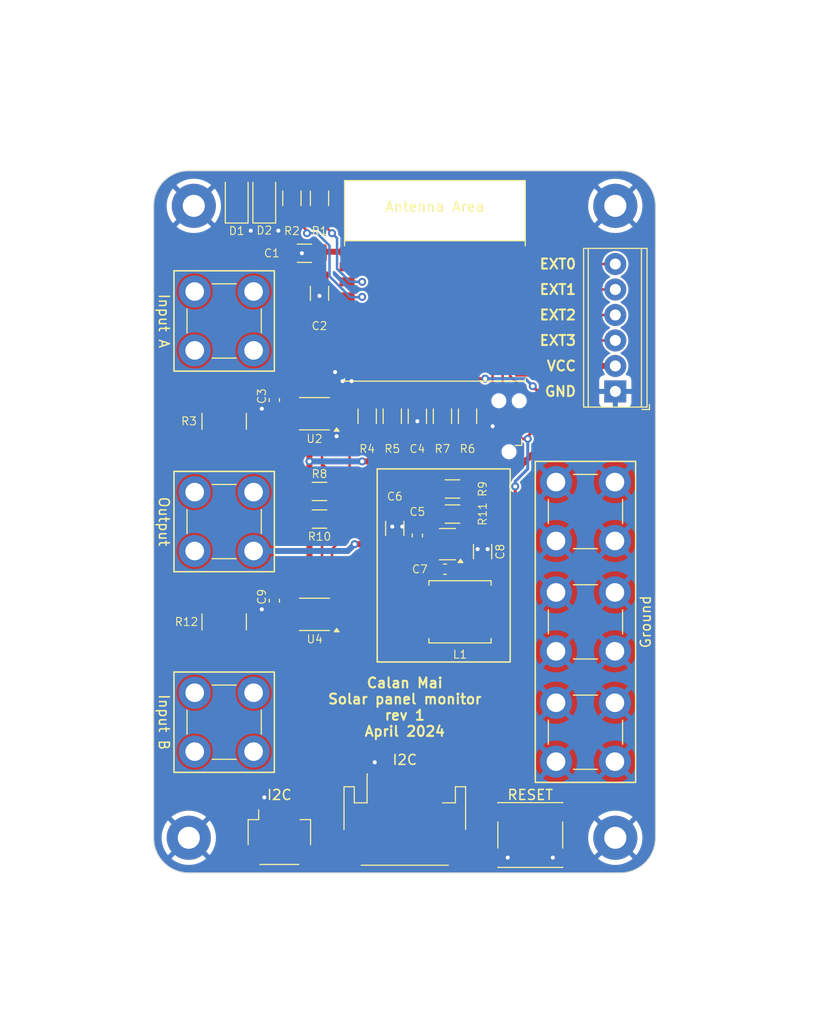
<source format=kicad_pcb>
(kicad_pcb (version 20240108) (generator "pcbnew") (generator_version "8.0")
  (title_block (comment 4 "AISLER Project ID: JVFTRZIT"))
  (layers (0 "F.Cu" signal) (31 "B.Cu" signal) (34 "B.Paste" user) (35 "F.Paste" user) (36 "B.SilkS" user "B.Silkscreen") (37 "F.SilkS" user "F.Silkscreen") (38 "B.Mask" user) (39 "F.Mask" user) (44 "Edge.Cuts" user))
  (net 0 "")
  (net 1 "VCC")
  (net 2 "GND")
  (net 3 "/VPOS")
  (net 4 "Net-(D1-A)")
  (net 5 "/Supply/SW")
  (net 6 "Net-(D2-A)")
  (net 7 "/Supply/FEEDBACK")
  (net 8 "/Supply/CB")
  (net 10 "Net-(J1-Pin_1)")
  (net 11 "Net-(J7-Pin_1)")
  (net 14 "/EN")
  (net 15 "/EXT2")
  (net 16 "/EXT3")
  (net 17 "/EXT0")
  (net 18 "/EXT1")
  (net 19 "/BOOT")
  (net 20 "/RXD")
  (net 21 "/TXD")
  (net 22 "/LED1")
  (net 23 "/LED2")
  (net 24 "/IO8")
  (net 25 "/IO2")
  (net 26 "/SDA")
  (net 27 "/SCL")
  (footprint "Capacitor_SMD:C_0603_1608Metric_Pad1.08x0.95mm_HandSolder" (layer "F.Cu") (at 147 82.8875 90)
    (property "Reference" "C9")
    (property "Value" "0.1uF")
  )
  (footprint "Capacitor_SMD:C_1206_3216Metric_Pad1.33x1.80mm_HandSolder" (layer "F.Cu") (at 161.25 64.5 -90)
    (property "Reference" "C4")
    (property "Value" "C")
  )
  (footprint "TerminalBlock_Phoenix:TerminalBlock_Phoenix_MPT-0,5-6-2.54_1x06_P2.54mm_Horizontal" (layer "F.Cu") (at 180.974874 62.025126 90)
    (property "Reference" "J2" (hide yes))
    (property "Value" "Screw_Terminal_01x06")
  )
  (footprint "Resistor_SMD:R_1206_3216Metric_Pad1.30x1.75mm_HandSolder" (layer "F.Cu") (at 164.75 71.75)
    (property "Reference" "R9")
    (property "Value" "69.8k")
  )
  (footprint "MountingHole:MountingHole_2.2mm_M2_Pad" (layer "F.Cu") (at 180.974874 106.525126 -90)
    (property "Reference" "H4" (hide yes))
    (property "Value" "MountingHole_Pad")
  )
  (footprint "Capacitor_SMD:C_0603_1608Metric_Pad1.08x0.95mm_HandSolder" (layer "F.Cu") (at 147 62.8875 90)
    (property "Reference" "C3")
    (property "Value" "0.1uF")
  )
  (footprint "Connector_JST:JST_SH_SM04B-SRSS-TB_1x04-1MP_P1.00mm_Horizontal" (layer "F.Cu") (at 147.5 106.5)
    (property "Reference" "J10" (hide yes))
    (property "Value" "I2C")
  )
  (footprint "Resistor_SMD:R_1206_3216Metric_Pad1.30x1.75mm_HandSolder" (layer "F.Cu") (at 156.25 64.5 -90)
    (property "Reference" "R4")
    (property "Value" "10k")
  )
  (footprint "Package_SO:VSSOP-10_3x3mm_P0.5mm" (layer "F.Cu") (at 151 84.25 180)
    (property "Reference" "U4")
    (property "Value" "INA228")
  )
  (footprint "Resistor_SMD:R_2816_7142Metric_Pad3.20x4.45mm_HandSolder" (layer "F.Cu") (at 142 65 90)
    (property "Reference" "R3")
    (property "Value" "2mOhm")
  )
  (footprint "MountingHole:MountingHole_2.2mm_M2_Pad" (layer "F.Cu") (at 138.974874 43.525126 -90)
    (property "Reference" "H1" (hide yes))
    (property "Value" "MountingHole_Pad")
  )
  (footprint "Resistor_SMD:R_1206_3216Metric_Pad1.30x1.75mm_HandSolder" (layer "F.Cu") (at 158.75 64.5 -90)
    (property "Reference" "R5")
    (property "Value" "10k")
  )
  (footprint "TerminalBlock_Wuerth:Wuerth_REDCUBE-THR_WP-THRSH_74651175_THR" (layer "F.Cu") (at 178 74)
    (property "Reference" "J5" (hide yes))
    (property "Value" "Screw_Terminal_01x01")
  )
  (footprint "Resistor_SMD:R_1206_3216Metric_Pad1.30x1.75mm_HandSolder" (layer "F.Cu") (at 164.75 74.25 180)
    (property "Reference" "R11")
    (property "Value" "22.1k")
  )
  (footprint "Package_SO:VSSOP-10_3x3mm_P0.5mm" (layer "F.Cu") (at 151 64.25 180)
    (property "Reference" "U2")
    (property "Value" "INA228")
  )
  (footprint "TerminalBlock_Wuerth:Wuerth_REDCUBE-THR_WP-THRSH_74651175_THR" (layer "F.Cu") (at 142 55 -90)
    (property "Reference" "J1" (hide yes))
    (property "Value" "Input A")
  )
  (footprint "LED_SMD:LED_1206_3216Metric_Pad1.42x1.75mm_HandSolder" (layer "F.Cu") (at 146 42.775126 90)
    (property "Reference" "D2")
    (property "Value" "LED")
  )
  (footprint "Button_Switch_SMD:SW_Push_1P1T_NO_6x6mm_H9.5mm" (layer "F.Cu") (at 172.5 106.25)
    (property "Reference" "SW1" (hide yes))
    (property "Value" "RESET")
  )
  (footprint "TerminalBlock_Wuerth:Wuerth_REDCUBE-THR_WP-THRSH_74651175_THR" (layer "F.Cu") (at 178 85)
    (property "Reference" "J6" (hide yes))
    (property "Value" "Ground")
  )
  (footprint "TerminalBlock_Wuerth:Wuerth_REDCUBE-THR_WP-THRSH_74651175_THR" (layer "F.Cu") (at 142 95 -90)
    (property "Reference" "J7" (hide yes))
    (property "Value" "Input B")
  )
  (footprint "Resistor_SMD:R_1206_3216Metric_Pad1.30x1.75mm_HandSolder" (layer "F.Cu") (at 151.5 74.75)
    (property "Reference" "R10")
    (property "Value" "10k")
  )
  (footprint "Inductor_SMD:L_Bourns_SRN6045TA" (layer "F.Cu") (at 165.5 84)
    (property "Reference" "L1")
    (property "Value" "22 uH")
  )
  (footprint "Package_TO_SOT_SMD:SOT-23-6" (layer "F.Cu") (at 164.25 77.25 180)
    (property "Reference" "U3" (hide yes))
    (property "Value" "LMR51610XDBVR")
  )
  (footprint "LED_SMD:LED_1206_3216Metric_Pad1.42x1.75mm_HandSolder" (layer "F.Cu") (at 143.25 42.775126 90)
    (property "Reference" "D1")
    (property "Value" "LED")
  )
  (footprint "Capacitor_SMD:C_0603_1608Metric_Pad1.08x0.95mm_HandSolder" (layer "F.Cu") (at 161.25 76.3875 90)
    (property "Reference" "C5")
    (property "Value" "0.1uF")
  )
  (footprint "Capacitor_SMD:C_1206_3216Metric_Pad1.33x1.80mm_HandSolder" (layer "F.Cu") (at 167.75 78 90)
    (property "Reference" "C8")
    (property "Value" "22uF / 16V")
  )
  (footprint "Resistor_SMD:R_1206_3216Metric_Pad1.30x1.75mm_HandSolder" (layer "F.Cu") (at 151.5 72)
    (property "Reference" "R8")
    (property "Value" "10k")
  )
  (footprint "footprints:ESP32-C3-WROOM-02-NOTHERMAL" (layer "F.Cu") (at 163 54)
    (property "Reference" "U1" (hide yes))
    (property "Value" "ESP32-C3-WROOM-02-NOTHERMAL" (hide yes))
  )
  (footprint "Capacitor_SMD:C_1206_3216Metric_Pad1.33x1.80mm_HandSolder" (layer "F.Cu") (at 159 75.6875 90)
    (property "Reference" "C6")
    (property "Value" "2.2uF")
  )
  (footprint "Capacitor_SMD:C_0603_1608Metric_Pad1.08x0.95mm_HandSolder" (layer "F.Cu") (at 164 79.75 180)
    (property "Reference" "C7")
    (property "Value" "0.1uF / 16V")
  )
  (footprint "Capacitor_SMD:C_1206_3216Metric_Pad1.33x1.80mm_HandSolder" (layer "F.Cu") (at 151.5 52.25 -90)
    (property "Reference" "C2")
    (property "Value" "10uF")
  )
  (footprint "MountingHole:MountingHole_2.2mm_M2_Pad" (layer "F.Cu") (at 138.474874 106.525126 -90)
    (property "Reference" "H3" (hide yes))
    (property "Value" "MountingHole_Pad")
  )
  (footprint "Resistor_SMD:R_1206_3216Metric_Pad1.30x1.75mm_HandSolder" (layer "F.Cu") (at 166.25 64.5 -90)
    (property "Reference" "R6")
    (property "Value" "10k")
  )
  (footprint "Resistor_SMD:R_2816_7142Metric_Pad3.20x4.45mm_HandSolder" (layer "F.Cu") (at 142 85 90)
    (property "Reference" "R12")
    (property "Value" "2mOhm")
  )
  (footprint "TerminalBlock_Wuerth:Wuerth_REDCUBE-THR_WP-THRSH_74651175_THR" (layer "F.Cu") (at 178 96)
    (property "Reference" "J8" (hide yes))
    (property "Value" "Screw_Terminal_01x01")
  )
  (footprint "TerminalBlock_Wuerth:Wuerth_REDCUBE-THR_WP-THRSH_74651175_THR" (layer "F.Cu") (at 142 75 -90)
    (property "Reference" "J4" (hide yes))
    (property "Value" "Output")
  )
  (footprint "Resistor_SMD:R_1206_3216Metric_Pad1.30x1.75mm_HandSolder" (layer "F.Cu") (at 163.75 64.5 90)
    (property "Reference" "R7")
    (property "Value" "10k")
  )
  (footprint "Connector_JST:JST_PH_S4B-PH-SM4-TB_1x04-1MP_P2.00mm_Horizontal" (layer "F.Cu") (at 160 104.75)
    (property "Reference" "J9" (hide yes))
    (property "Value" "I2C")
  )
  (footprint "Capacitor_SMD:C_1206_3216Metric_Pad1.33x1.80mm_HandSolder" (layer "F.Cu") (at 150 48.25 180)
    (property "Reference" "C1")
    (property "Value" "0.1uF")
  )
  (footprint "Resistor_SMD:R_1206_3216Metric_Pad1.30x1.75mm_HandSolder" (layer "F.Cu") (at 151.5 42.775126 90)
    (property "Reference" "R1")
    (property "Value" "1k")
  )
  (footprint "Resistor_SMD:R_1206_3216Metric_Pad1.30x1.75mm_HandSolder" (layer "F.Cu") (at 148.75 42.775126 90)
    (property "Reference" "R2")
    (property "Value" "1k")
  )
  (footprint "MountingHole:MountingHole_2.2mm_M2_Pad" (layer "F.Cu") (at 180.974874 43.525126 -90)
    (property "Reference" "H2" (hide yes))
    (property "Value" "MountingHole_Pad")
  )
  (footprint "Connector:Tag-Connect_TC2030-IDC-NL_2x03_P1.27mm_Vertical" (layer "F.Cu") (at 170.385 65.5 90)
    (property "Reference" "J3" (hide yes))
    (property "Value" "PROG")
  )
  (gr_rect (start 137 50) (end 147 60) (stroke (width 0.15)) (fill none) (layer "F.SilkS"))
  (gr_rect (start 137 70) (end 147 80) (stroke (width 0.15)) (fill none) (layer "F.SilkS"))
  (gr_rect (start 137 90) (end 147 100) (stroke (width 0.15)) (fill none) (layer "F.SilkS"))
  (gr_rect (start 157.25 69.75) (end 170.5 89) (stroke (width 0.15)) (fill none) (layer "F.SilkS"))
  (gr_rect (start 173 69) (end 183 101) (stroke (width 0.15)) (fill none) (layer "F.SilkS"))
  (gr_arc (start 181.474874 40.025126) (mid 183.949748 41.050252) (end 184.974874 43.525126) (stroke (width 0.1)) (layer "Edge.Cuts"))
  (gr_line (start 134.974874 43.525126) (end 134.974874 106.525126) (stroke (width 0.1)) (layer "Edge.Cuts"))
  (gr_line (start 138.474874 110.025126) (end 181.474874 110.025126) (stroke (width 0.1)) (layer "Edge.Cuts"))
  (gr_arc (start 184.974874 106.525126) (mid 183.949748 109) (end 181.474874 110.025126) (stroke (width 0.1)) (layer "Edge.Cuts"))
  (gr_arc (start 134.974874 43.525126) (mid 136 41.050252) (end 138.474874 40.025126) (stroke (width 0.1)) (layer "Edge.Cuts"))
  (gr_line (start 184.974874 106.525126) (end 184.974874 43.525126) (stroke (width 0.1)) (layer "Edge.Cuts"))
  (gr_arc (start 138.474874 110.025126) (mid 136 109) (end 134.974874 106.525126) (stroke (width 0.1)) (layer "Edge.Cuts"))
  (gr_line (start 181.474874 40.025126) (end 138.474874 40.025126) (stroke (width 0.1)) (layer "Edge.Cuts"))
  (gr_text "EXT0" (at 177.164874 49.325126 0) (layer "F.SilkS") (effects (font (size 1 1) (thickness 0.2) (bold yes)) (justify right)))
  (gr_text "EXT2" (at 177.164874 54.405126 0) (layer "F.SilkS") (effects (font (size 1 1) (thickness 0.2) (bold yes)) (justify right)))
  (gr_text "EXT1" (at 177.164874 51.865126 0) (layer "F.SilkS") (effects (font (size 1 1) (thickness 0.2) (bold yes)) (justify right)))
  (gr_text "VCC" (at 177.164874 59.485126 0) (layer "F.SilkS") (effects (font (size 1 1) (thickness 0.2) (bold yes)) (justify right)))
  (gr_text "GND" (at 177.164874 62.025126 0) (layer "F.SilkS") (effects (font (size 1 1) (thickness 0.2) (bold yes)) (justify right)))
  (gr_text "EXT3" (at 177.164874 56.945126 0) (layer "F.SilkS") (effects (font (size 1 1) (thickness 0.2) (bold yes)) (justify right)))
  (gr_text "Calan Mai\nSolar panel monitor\nrev 1\nApril 2024" (at 160 96.5 0) (layer "F.SilkS") (effects (font (size 1 1) (thickness 0.2) (bold yes)) (justify bottom)))
  (segment (start 179.514874 59.485126) (end 178.5 60.5) (width 0.6) (layer "F.Cu") (net 1))
  (segment (start 169.5 78.75) (end 169.5 70.75) (width 0.6) (layer "F.Cu") (net 1))
  (segment (start 147.1125 82.1375) (end 150.3875 82.1375) (width 0.3) (layer "F.Cu") (net 1))
  (segment (start 159.95 69) (end 160.8 69) (width 0.6) (layer "F.Cu") (net 1))
  (segment (start 166.25 66.05) (end 166.97 66.77) (width 0.6) (layer "F.Cu") (net 1))
  (segment (start 163.2 71.75) (end 161.2 71.75) (width 0.6) (layer "F.Cu") (net 1))
  (segment (start 159.95 69) (end 155.75 69) (width 0.6) (layer "F.Cu") (net 1))
  (segment (start 159 101.9) (end 159 97) (width 0.6) (layer "F.Cu") (net 1))
  (segment (start 148.225 63.25) (end 147 62.025) (width 0.3) (layer "F.Cu") (net 1))
  (segment (start 150.5 82.25) (end 150.5 88.5) (width 0.6) (layer "F.Cu") (net 1))
  (segment (start 169.25 70.25) (end 164.7 70.25) (width 0.6) (layer "F.Cu") (net 1))
  (segment (start 168.6875 79.5625) (end 169.5 78.75) (width 0.6) (layer "F.Cu") (net 1))
  (segment (start 178.5 60.5) (end 178.5 62.5) (width 0.6) (layer "F.Cu") (net 1))
  (segment (start 149.75 61.5) (end 150.5 62.25) (width 0.6) (layer "F.Cu") (net 1))
  (segment (start 158.75 67.8) (end 158.75 66.05) (width 0.6) (layer "F.Cu") (net 1))
  (segment (start 148.225 83.25) (end 147 82.025) (width 0.3) (layer "F.Cu") (net 1))
  (segment (start 150.5 99) (end 150.5 88.5) (width 0.6) (layer "F.Cu") (net 1))
  (segment (start 160.8 69) (end 163.75 66.05) (width 0.6) (layer "F.Cu") (net 1))
  (segment (start 147 104.5) (end 147 102.5) (width 0.6) (layer "F.Cu") (net 1))
  (segment (start 169.25 70.25) (end 170.75 70.25) (width 0.6) (layer "F.Cu") (net 1))
  (segment (start 154.25 48.1) (end 151.7125 48.1) (width 0.6) (layer "F.Cu") (net 1))
  (segment (start 147 102.5) (end 150.5 99) (width 0.6) (layer "F.Cu") (net 1))
  (segment (start 178.5 62.5) (end 170.75 70.25) (width 0.6) (layer "F.Cu") (net 1))
  (segment (start 180.974874 59.485126) (end 179.514874 59.485126) (width 0.6) (layer "F.Cu") (net 1))
  (segment (start 150.5 69) (end 150.5 82.25) (width 0.6) (layer "F.Cu") (net 1))
  (segment (start 149.75 52.5625) (end 149.75 61.5) (width 0.6) (layer "F.Cu") (net 1))
  (segment (start 167.75 79.5625) (end 168.6875 79.5625) (width 0.6) (layer "F.Cu") (net 1))
  (segment (start 166.97 66.77) (end 169.75 66.77) (width 0.6) (layer "F.Cu") (net 1))
  (segment (start 161.2 71.75) (end 158.45 69) (width 0.6) (layer "F.Cu") (net 1))
  (segment (start 167.575 84) (end 167.575 79.7375) (width 0.6) (layer "F.Cu") (net 1))
  (segment (start 150.3875 82.1375) (end 150.5 82.25) (width 0.3) (layer "F.Cu") (net 1))
  (segment (start 150.3875 62.1375) (end 150.5 62.25) (width 0.3) (layer "F.Cu") (net 1))
  (segment (start 159 97) (end 150.5 88.5) (width 0.6) (layer "F.Cu") (net 1))
  (segment (start 159.95 69) (end 158.75 67.8) (width 0.6) (layer "F.Cu") (net 1))
  (segment (start 147.1125 62.1375) (end 150.3875 62.1375) (width 0.3) (layer "F.Cu") (net 1))
  (segment (start 169.5 70.5) (end 169.25 70.25) (width 0.6) (layer "F.Cu") (net 1))
  (segment (start 163.75 66.05) (end 166.25 66.05) (width 0.6) (layer "F.Cu") (net 1))
  (segment (start 150.5 62.25) (end 150.5 69) (width 0.6) (layer "F.Cu") (net 1))
  (segment (start 151.5625 50.75) (end 149.75 52.5625) (width 0.6) (layer "F.Cu") (net 1))
  (segment (start 164.7 70.25) (end 163.2 71.75) (width 0.6) (layer "F.Cu") (net 1))
  (segment (start 169.5 70.75) (end 169.5 70.5) (width 0.6) (layer "F.Cu") (net 1))
  (segment (start 151.5625 48.25) (end 151.5625 50.75) (width 0.6) (layer "F.Cu") (net 1))
  (segment (start 156.25 66.05) (end 158.75 66.05) (width 0.6) (layer "F.Cu") (net 1))
  (via (at 150.5 69) (size 0.8) (drill 0.4) (layers "F.Cu" "B.Cu") (net 1))
  (via (at 155.75 69) (size 0.8) (drill 0.4) (layers "F.Cu" "B.Cu") (net 1))
  (segment (start 150.5 69) (end 155.75 69) (width 0.6) (layer "B.Cu") (net 1))
  (segment (start 146 44.6) (end 147.4 46) (width 0.4) (layer "F.Cu") (net 2))
  (segment (start 148.8 63.75) (end 147.1375 63.75) (width 0.3) (layer "F.Cu") (net 2))
  (segment (start 169.75 65.5) (end 168.75 65.5) (width 0.4) (layer "F.Cu") (net 2))
  (segment (start 147.1375 83.75) (end 148.8 83.75) (width 0.3) (layer "F.Cu") (net 2))
  (segment (start 147 63.75) (end 145.75 63.75) (width 0.3) (layer "F.Cu") (net 2))
  (segment (start 168.525 108.5) (end 170.25 108.5) (width 0.4) (layer "F.Cu") (net 2))
  (segment (start 161.25 65) (end 161.25 66.0625) (width 0.4) (layer "F.Cu") (net 2))
  (segment (start 148.4375 48.25) (end 149.75 48.25) (width 0.4) (layer "F.Cu") (net 2))
  (segment (start 157 101.9) (end 157 99) (width 0.6) (layer "F.Cu") (net 2))
  (segment (start 151.5 53.8125) (end 151.5 52.5) (width 0.4) (layer "F.Cu") (net 2))
  (segment (start 146 104.5) (end 146 102.5) (width 0.6) (layer "F.Cu") (net 2))
  (segment (start 145.75 83.75) (end 147 83.75) (width 0.3) (layer "F.Cu") (net 2))
  (segment (start 176.475 108.5) (end 174.75 108.5) (width 0.4) (layer "F.Cu") (net 2))
  (segment (start 153.2 65.25) (end 153.2 66.5) (width 0.3) (layer "F.Cu") (net 2))
  (segment (start 143.25 44.6) (end 144.65 46) (width 0.4) (layer "F.Cu") (net 2))
  (segment (start 153.2 64.75) (end 153.2 65.25) (width 0.3) (layer "F.Cu") (net 2))
  (via (at 170.25 108.5) (size 0.8) (drill 0.4) (layers "F.Cu" "B.Cu") (net 2))
  (via (at 145.75 83.75) (size 0.8) (drill 0.4) (layers "F.Cu" "B.Cu") (net 2))
  (via (at 157 99) (size 0.8) (drill 0.4) (layers "F.Cu" "B.Cu") (net 2))
  (via (at 161.25 65) (size 0.8) (drill 0.4) (layers "F.Cu" "B.Cu") (net 2))
  (via (at 149.75 48.25) (size 0.8) (drill 0.4) (layers "F.Cu" "B.Cu") (net 2))
  (via (at 168.75 65.5) (size 0.8) (drill 0.4) (layers "F.Cu" "B.Cu") (net 2))
  (via (at 167.25 77.75) (size 0.8) (drill 0.4) (layers "F.Cu" "B.Cu") (net 2))
  (via (at 146 102.5) (size 0.8) (drill 0.4) (layers "F.Cu" "B.Cu") (net 2))
  (via (at 151.5 52.5) (size 0.8) (drill 0.4) (layers "F.Cu" "B.Cu") (net 2))
  (via (at 153.8 61) (size 0.8) (drill 0.4) (layers "F.Cu" "B.Cu") (net 2))
  (via (at 168.25 77.75) (size 0.8) (drill 0.4) (layers "F.Cu" "B.Cu") (net 2))
  (via (at 159.75 75.5) (size 0.8) (drill 0.4) (layers "F.Cu" "B.Cu") (net 2))
  (via (at 153.2 66.5) (size 0.8) (drill 0.4) (layers "F.Cu" "B.Cu") (net 2))
  (via (at 174.75 108.5) (size 0.8) (drill 0.4) (layers "F.Cu" "B.Cu") (net 2))
  (via (at 158.75 75.5) (size 0.8) (drill 0.4) (layers "F.Cu" "B.Cu") (net 2))
  (via (at 147.4 46) (size 0.8) (drill 0.4) (layers "F.Cu" "B.Cu") (net 2))
  (via (at 154.7 61) (size 0.8) (drill 0.4) (layers "F.Cu" "B.Cu") (net 2))
  (via (at 145.75 63.75) (size 0.8) (drill 0.4) (layers "F.Cu" "B.Cu") (net 2))
  (via (at 144.65 46) (size 0.8) (drill 0.4) (layers "F.Cu" "B.Cu") (net 2))
  (via (at 153.05 60.1) (size 0.8) (drill 0.4) (layers "F.Cu" "B.Cu") (net 2))
  (segment (start 155 77.25) (end 159 77.25) (width 0.6) (layer "F.Cu") (net 3))
  (segment (start 142.324874 84.75) (end 148.8 84.75) (width 0.25) (layer "F.Cu") (net 3))
  (segment (start 163.1125 76.3) (end 163.1125 77.25) (width 0.4) (layer "F.Cu") (net 3))
  (segment (start 142 67.6) (end 142 65.5) (width 0.25) (layer "F.Cu") (net 3))
  (segment (start 142 84.425126) (end 142.324874 84.75) (width 0.25) (layer "F.Cu") (net 3))
  (segment (start 142.25 65.25) (end 148.8 65.25) (width 0.25) (layer "F.Cu") (net 3))
  (segment (start 142 82.4) (end 142 84.425126) (width 0.25) (layer "F.Cu") (net 3))
  (segment (start 142 65.5) (end 142.25 65.25) (width 0.25) (layer "F.Cu") (net 3))
  (via (at 155 77.25) (size 0.8) (drill 0.4) (layers "F.Cu" "B.Cu") (net 3))
  (segment (start 155 77.25) (end 154.315 77.935) (width 0.6) (layer "B.Cu") (net 3))
  (segment (start 154.315 77.935) (end 144.935 77.935) (width 0.6) (layer "B.Cu") (net 3))
  (segment (start 151.5 41.225126) (end 149.975126 42.75) (width 0.25) (layer "F.Cu") (net 4))
  (segment (start 149.975126 42.75) (end 144.712374 42.75) (width 0.25) (layer "F.Cu") (net 4))
  (segment (start 144.712374 42.75) (end 143.25 41.287626) (width 0.25) (layer "F.Cu") (net 4))
  (segment (start 163.1125 78.2) (end 163.1125 79.725) (width 0.6) (layer "F.Cu") (net 5))
  (segment (start 163.1375 79.75) (end 163.1375 83.7125) (width 0.6) (layer "F.Cu") (net 5))
  (segment (start 146 41.287626) (end 148.6875 41.287626) (width 0.25) (layer "F.Cu") (net 6))
  (segment (start 165.3875 76.3) (end 165.3875 75.1625) (width 0.25) (layer "F.Cu") (net 7))
  (segment (start 166.3 74.25) (end 166.3 71.75) (width 0.25) (layer "F.Cu") (net 7))
  (segment (start 165.3875 75.1625) (end 166.3 74.25) (width 0.25) (layer "F.Cu") (net 7))
  (segment (start 165.3875 79.225) (end 164.8625 79.75) (width 0.3) (layer "F.Cu") (net 8))
  (segment (start 165.3875 78.2) (end 165.3875 79.225) (width 0.3) (layer "F.Cu") (net 8))
  (segment (start 142.25 64.75) (end 148.8 64.75) (width 0.25) (layer "F.Cu") (net 10))
  (segment (start 148.8 64.25) (end 148.8 64.75) (width 0.25) (layer "F.Cu") (net 10))
  (segment (start 142 62.4) (end 142 64.5) (width 0.25) (layer "F.Cu") (net 10))
  (segment (start 142 64.5) (end 142.25 64.75) (width 0.25) (layer "F.Cu") (net 10))
  (segment (start 149.75 84.25) (end 149.75 85.25) (width 0.25) (layer "F.Cu") (net 11))
  (segment (start 142 87.6) (end 142 85.625126) (width 0.25) (layer "F.Cu") (net 11))
  (segment (start 149.75 85.25) (end 148.8 85.25) (width 0.25) (layer "F.Cu") (net 11))
  (segment (start 142 85.625126) (end 142.375126 85.25) (width 0.25) (layer "F.Cu") (net 11))
  (segment (start 148.8 84.25) (end 149.75 84.25) (width 0.25) (layer "F.Cu") (net 11))
  (segment (start 142.375126 85.25) (end 148.8 85.25) (width 0.25) (layer "F.Cu") (net 11))
  (segment (start 171 71.5) (end 171 102.5) (width 0.3) (layer "F.Cu") (net 14))
  (segment (start 172.25 66.75) (end 172.25 66.5) (width 0.3) (layer "F.Cu") (net 14))
  (segment (start 172.25 66.5) (end 173.5 65.25) (width 0.3) (layer "F.Cu") (net 14))
  (segment (start 171 102.5) (end 169.5 104) (width 0.3) (layer "F.Cu") (net 14))
  (segment (start 173.5 65.25) (end 173.5 62.25) (width 0.3) (layer "F.Cu") (net 14))
  (segment (start 173.5 62.25) (end 172.75 61.5) (width 0.3) (layer "F.Cu") (net 14))
  (segment (start 169.5 104) (end 168.525 104) (width 0.3) (layer "F.Cu") (net 14))
  (segment (start 176.475 104) (end 172.5 104) (width 0.25) (layer "F.Cu") (net 14))
  (segment (start 172.25 66.75) (end 171.04 66.75) (width 0.3) (layer "F.Cu") (net 14))
  (segment (start 171 102.5) (end 172 103.5) (width 0.3) (layer "F.Cu") (net 14))
  (segment (start 168 60.75) (end 165.95 60.75) (width 0.3) (layer "F.Cu") (net 14))
  (segment (start 155.6 49.6) (end 154.25 49.6) (width 0.25) (layer "F.Cu") (net 14))
  (segment (start 161.25 62.9375) (end 160.5 62.1875) (width 0.25) (layer "F.Cu") (net 14))
  (segment (start 172.5 104) (end 172 103.5) (width 0.25) (layer "F.Cu") (net 14))
  (segment (start 160.5 54.5) (end 155.6 49.6) (width 0.25) (layer "F.Cu") (net 14))
  (segment (start 160.5 62.1875) (end 160.5 54.5) (width 0.25) (layer "F.Cu") (net 14))
  (segment (start 161.25 62.9375) (end 163.7375 62.9375) (width 0.25) (layer "F.Cu") (net 14))
  (segment (start 165.95 60.75) (end 163.75 62.95) (width 0.3) (layer "F.Cu") (net 14))
  (via (at 168 60.75) (size 0.8) (drill 0.4) (layers "F.Cu" "B.Cu") (net 14))
  (via (at 171 71.5) (size 0.8) (drill 0.4) (layers "F.Cu" "B.Cu") (net 14))
  (via (at 172.25 66.75) (size 0.8) (drill 0.4) (layers "F.Cu" "B.Cu") (net 14))
  (via (at 172.75 61.5) (size 0.8) (drill 0.4) (layers "F.Cu" "B.Cu") (net 14))
  (segment (start 171 71) (end 172.25 69.75) (width 0.3) (layer "B.Cu") (net 14))
  (segment (start 172.25 69.75) (end 172.25 66.75) (width 0.3) (layer "B.Cu") (net 14))
  (segment (start 168 60.75) (end 172 60.75) (width 0.3) (layer "B.Cu") (net 14))
  (segment (start 172 60.75) (end 172.75 61.5) (width 0.3) (layer "B.Cu") (net 14))
  (segment (start 171 71.5) (end 171 71) (width 0.3) (layer "B.Cu") (net 14))
  (segment (start 171.75 52.6) (end 176.444874 52.6) (width 0.25) (layer "F.Cu") (net 15))
  (segment (start 178.25 54.405126) (end 180.974874 54.405126) (width 0.25) (layer "F.Cu") (net 15))
  (segment (start 176.444874 52.6) (end 178.25 54.405126) (width 0.25) (layer "F.Cu") (net 15))
  (segment (start 171.75 60.1) (end 176.15 60.1) (width 0.25) (layer "F.Cu") (net 16))
  (segment (start 176.15 60.1) (end 179.304874 56.945126) (width 0.25) (layer "F.Cu") (net 16))
  (segment (start 179.304874 56.945126) (end 180.974874 56.945126) (width 0.25) (layer "F.Cu") (net 16))
  (segment (start 178.825126 49.325126) (end 180.974874 49.325126) (width 0.25) (layer "F.Cu") (net 17))
  (segment (start 177.625126 48.125126) (end 178.825126 49.325126) (width 0.25) (layer "F.Cu") (net 17))
  (segment (start 171.724874 48.125126) (end 177.625126 48.125126) (width 0.25) (layer "F.Cu") (net 17))
  (segment (start 171.75 49.6) (end 177.1 49.6) (width 0.25) (layer "F.Cu") (net 18))
  (segment (start 179.365126 51.865126) (end 180.974874 51.865126) (width 0.25) (layer "F.Cu") (net 18))
  (segment (start 177.1 49.6) (end 179.365126 51.865126) (width 0.25) (layer "F.Cu") (net 18))
  (segment (start 157.53 64.23) (end 169.75 64.23) (width 0.25) (layer "F.Cu") (net 19))
  (segment (start 156.25 59.5) (end 155.375126 58.625126) (width 0.25) (layer "F.Cu") (net 19))
  (segment (start 155.375126 58.625126) (end 154.224874 58.625126) (width 0.25) (layer "F.Cu") (net 19))
  (segment (start 156.25 62.95) (end 157.53 64.23) (width 0.25) (layer "F.Cu") (net 19))
  (segment (start 156.25 62.95) (end 156.25 59.5) (width 0.25) (layer "F.Cu") (net 19))
  (segment (start 170.5 59.25) (end 171.15 58.6) (width 0.25) (layer "F.Cu") (net 20))
  (segment (start 172.5 62.5) (end 170.5 60.5) (width 0.25) (layer "F.Cu") (net 20))
  (segment (start 172.02 64.23) (end 172.5 63.75) (width 0.25) (layer "F.Cu") (net 20))
  (segment (start 172.5 63.75) (end 172.5 62.5) (width 0.25) (layer "F.Cu") (net 20))
  (segment (start 171.02 64.23) (end 172.02 64.23) (width 0.25) (layer "F.Cu") (net 20))
  (segment (start 170.5 60.5) (end 170.5 59.25) (width 0.25) (layer "F.Cu") (net 20))
  (segment (start 171.02 65.5) (end 170.4213 64.9013) (width 0.25) (layer "F.Cu") (net 21))
  (segment (start 169.75 61.25) (end 169.75 58) (width 0.25) (layer "F.Cu") (net 21))
  (segment (start 170.4213 64.9013) (end 170.4213 61.9213) (width 0.25) (layer "F.Cu") (net 21))
  (segment (start 169.75 58) (end 170.65 57.1) (width 0.25) (layer "F.Cu") (net 21))
  (segment (start 170.65 57.1) (end 171.75 57.1) (width 0.25) (layer "F.Cu") (net 21))
  (segment (start 170.4213 61.9213) (end 169.75 61.25) (width 0.25) (layer "F.Cu") (net 21))
  (segment (start 155.675126 51.1) (end 154.399748 51.1) (width 0.25) (layer "F.Cu") (net 22))
  (segment (start 151.474874 44.974874) (end 151.474874 44.395) (width 0.25) (layer "F.Cu") (net 22))
  (segment (start 152.75 46.25) (end 151.474874 44.974874) (width 0.25) (layer "F.Cu") (net 22))
  (via (at 152.75 46.25) (size 0.8) (drill 0.4) (layers "F.Cu" "B.Cu") (net 22))
  (via (at 155.75 51.1) (size 0.8) (drill 0.4) (layers "F.Cu" "B.Cu") (net 22))
  (segment (start 152.75 46.25) (end 153.25 46.75) (width 0.25) (layer "B.Cu") (net 22))
  (segment (start 155.675126 51.1) (end 155.75 51.025126) (width 0.25) (layer "B.Cu") (net 22))
  (segment (start 154.549748 51.1) (end 155.675126 51.1) (width 0.25) (layer "B.Cu") (net 22))
  (segment (start 153.25 49.800252) (end 154.549748 51.1) (width 0.25) (layer "B.Cu") (net 22))
  (segment (start 153.25 46.75) (end 153.25 49.800252) (width 0.25) (layer "B.Cu") (net 22))
  (segment (start 150.25 46.25) (end 150.25 46) (width 0.25) (layer "F.Cu") (net 23))
  (segment (start 150.25 46) (end 148.724874 44.474874) (width 0.25) (layer "F.Cu") (net 23))
  (segment (start 155.75 52.625126) (end 154.224874 52.625126) (width 0.25) (layer "F.Cu") (net 23))
  (via (at 155.75 52.6) (size 0.8) (drill 0.4) (layers "F.Cu" "B.Cu") (net 23))
  (via (at 150.25 46.25) (size 0.8) (drill 0.4) (layers "F.Cu" "B.Cu") (net 23))
  (segment (start 152.5 47.5) (end 152.5 50.550252) (width 0.25) (layer "B.Cu") (net 23))
  (segment (start 152.5 50.550252) (end 154.574874 52.625126) (width 0.25) (layer "B.Cu") (net 23))
  (segment (start 154.574874 52.625126) (end 155.75 52.625126) (width 0.25) (layer "B.Cu") (net 23))
  (segment (start 151.25 46.25) (end 152.5 47.5) (width 0.25) (layer "B.Cu") (net 23))
  (segment (start 150.25 46.25) (end 151.25 46.25) (width 0.25) (layer "B.Cu") (net 23))
  (segment (start 155.474874 57.125126) (end 158.75 60.400252) (width 0.25) (layer "F.Cu") (net 24))
  (segment (start 158.75 60.400252) (end 158.75 62.95) (width 0.25) (layer "F.Cu") (net 24))
  (segment (start 154.224874 57.125126) (end 155.474874 57.125126) (width 0.25) (layer "F.Cu") (net 24))
  (segment (start 166.25 62.95) (end 167.05 62.95) (width 0.25) (layer "F.Cu") (net 25))
  (segment (start 167.05 62.95) (end 168.75 61.25) (width 0.25) (layer "F.Cu") (net 25))
  (segment (start 168.75 54.1) (end 171.724874 51.125126) (width 0.25) (layer "F.Cu") (net 25))
  (segment (start 168.75 61.25) (end 168.75 54.1) (width 0.25) (layer "F.Cu") (net 25))
  (segment (start 151.75 84.25) (end 151.75 82.75) (width 0.25) (layer "F.Cu") (net 26))
  (segment (start 152.5 83.75) (end 153.2 83.75) (width 0.25) (layer "F.Cu") (net 26))
  (segment (start 161 96.75) (end 161 101.9) (width 0.25) (layer "F.Cu") (net 26))
  (segment (start 153.2 85.25) (end 153.2 84.75) (width 0.25) (layer "F.Cu") (net 26))
  (segment (start 151.75 63.75) (end 151.75 69.25) (width 0.25) (layer "F.Cu") (net 26))
  (segment (start 150 103.25) (end 151 104.25) (width 0.25) (layer "F.Cu") (net 26))
  (segment (start 148 103.725001) (end 148.475001 103.25) (width 0.25) (layer "F.Cu") (net 26))
  (segment (start 151.75 84.25) (end 151.75 87.5) (width 0.25) (layer "F.Cu") (net 26))
  (segment (start 148.475001 103.25) (end 150 103.25) (width 0.25) (layer "F.Cu") (net 26))
  (segment (start 151.75 69.25) (end 151.75 82.75) (width 0.25) (layer "F.Cu") (net 26))
  (segment (start 152.25 84.75) (end 151.75 84.25) (width 0.25) (layer "F.Cu") (net 26))
  (segment (start 153.2 63.75) (end 151.75 63.75) (width 0.25) (layer "F.Cu") (net 26))
  (segment (start 160.4 104.25) (end 161 103.65) (width 0.25) (layer "F.Cu") (net 26))
  (segment (start 151.75 62.25) (end 151 61.5) (width 0.25) (layer "F.Cu") (net 26))
  (segment (start 151.75 87.5) (end 161 96.75) (width 0.25) (layer "F.Cu") (net 26))
  (segment (start 151 56.75) (end 153.65 54.1) (width 0.25) (layer "F.Cu") (net 26))
  (segment (start 151.75 63.75) (end 151.75 62.25) (width 0.25) (layer "F.Cu") (net 26))
  (segment (start 153.2 84.75) (end 152.25 84.75) (width 0.25) (layer "F.Cu") (net 26))
  (segment (start 153.05 70.55) (end 151.75 69.25) (width 0.25) (layer "F.Cu") (net 26))
  (segment (start 148 104.5) (end 148 103.725001) (width 0.25) (layer "F.Cu") (net 26))
  (segment (start 151 104.25) (end 160.4 104.25) (width 0.25) (layer "F.Cu") (net 26))
  (segment (start 151 61.5) (end 151 56.75) (width 0.25) (layer "F.Cu") (net 26))
  (segment (start 161 103.65) (end 161 101.9) (width 0.25) (layer "F.Cu") (net 26))
  (segment (start 153.05 72) (end 153.05 70.55) (width 0.25) (layer "F.Cu") (net 26))
  (segment (start 151.75 82.75) (end 151.75 83) (width 0.25) (layer "F.Cu") (net 26))
  (segment (start 151.75 83) (end 152.5 83.75) (width 0.25) (layer "F.Cu") (net 26))
  (segment (start 153.05 73.95) (end 153.05 74.75) (width 0.25) (layer "F.Cu") (net 27))
  (segment (start 153.2 62.725) (end 152 61.525) (width 0.25) (layer "F.Cu") (net 27))
  (segment (start 153.05 73.95) (end 154.5 72.5) (width 0.25) (layer "F.Cu") (net 27))
  (segment (start 149.5 105) (end 161.65 105) (width 0.25) (layer "F.Cu") (net 27))
  (segment (start 163 101.9) (end 163 95.5) (width 0.25) (layer "F.Cu") (net 27))
  (segment (start 154.5 63.75) (end 154.5 72.5) (width 0.25) (layer "F.Cu") (net 27))
  (segment (start 152 61.525) (end 152 57.85) (width 0.25) (layer "F.Cu") (net 27))
  (segment (start 154.5 72.5) (end 154.5 76) (width 0.25) (layer "F.Cu") (net 27))
  (segment (start 152 57.85) (end 154.25 55.6) (width 0.25) (layer "F.Cu") (net 27))
  (segment (start 154.5 81.75) (end 152.75 80) (width 0.25) (layer "F.Cu") (net 27))
  (segment (start 154 63.25) (end 154.5 63.75) (width 0.25) (layer "F.Cu") (net 27))
  (segment (start 163 103.65) (end 163 101.9) (width 0.25) (layer "F.Cu") (net 27))
  (segment (start 163 95.5) (end 154.5 87) (width 0.25) (layer "F.Cu") (net 27))
  (segment (start 154.5 76) (end 152.75 77.75) (width 0.25) (layer "F.Cu") (net 27))
  (segment (start 154.5 87) (end 154.5 81.75) (width 0.25) (layer "F.Cu") (net 27))
  (segment (start 153.2 63.25) (end 154 63.25) (width 0.25) (layer "F.Cu") (net 27))
  (segment (start 152.75 82.8) (end 153.2 83.25) (width 0.25) (layer "F.Cu") (net 27))
  (segment (start 152.75 77.75) (end 152.75 80) (width 0.25) (layer "F.Cu") (net 27))
  (segment (start 149 104.5) (end 149.5 105) (width 0.25) (layer "F.Cu") (net 27))
  (segment (start 153.2 63.25) (end 153.2 62.725) (width 0.25) (layer "F.Cu") (net 27))
  (segment (start 152.75 80) (end 152.75 82.8) (width 0.25) (layer "F.Cu") (net 27))
  (segment (start 161.65 105) (end 163 103.65) (width 0.25) (layer "F.Cu") (net 27))
  (zone (net 3) (net_name "/VPOS") (layer "F.Cu") (priority 3) (connect_pads yes (clearance 0.2)) (min_thickness 0.25) (fill yes (thermal_gap 0.5) (thermal_bridge_width 0.5))
    (polygon (pts (xy 158 78) (xy 158 76.5) (xy 161.5 76.5) (xy 162.25 76.9) (xy 163.8 76.9) (xy 163.8 77.6) (xy 162.25 77.6) (xy 161.5 78)))
  )
  (zone (net 10) (net_name "Net-(J1-Pin_1)") (layer "F.Cu") (priority 4) (connect_pads yes (clearance 0.5)) (min_thickness 0.25) (fill yes (thermal_gap 0.5) (thermal_bridge_width 0.5) (smoothing fillet) (radius 0.5))
    (polygon (pts (xy 147 50) (xy 147 60) (xy 144.25 64) (xy 139.75 64) (xy 137 60) (xy 137 50)))
  )
  (zone (net 3) (net_name "/VPOS") (layer "F.Cu") (priority 3) (connect_pads yes (clearance 0.5)) (min_thickness 0.25) (fill yes (thermal_gap 0.5) (thermal_bridge_width 0.5) (smoothing fillet) (radius 0.5))
    (polygon (pts (xy 147 80) (xy 147 70.025126) (xy 144.25 66) (xy 139.75 66) (xy 137 70.025126) (xy 137 80) (xy 139.75 84) (xy 144.25 84)))
  )
  (zone (net 11) (net_name "Net-(J7-Pin_1)") (layer "F.Cu") (priority 3) (connect_pads yes (clearance 0.5)) (min_thickness 0.1) (fill yes (thermal_gap 0.5) (thermal_bridge_width 0.5) (smoothing fillet) (radius 0.5))
    (polygon (pts (xy 147.101102 90) (xy 144.25 86) (xy 139.75 86) (xy 137.101102 90) (xy 137.101102 100.025126) (xy 147.101102 100.025126)))
  )
  (zone (net 2) (net_name "GND") (layer "F.Cu") (priority 5) (connect_pads yes (clearance 0.2)) (min_thickness 0.25) (fill yes (thermal_gap 0.5) (thermal_bridge_width 0.5))
    (polygon (pts (xy 152.55 59.65) (xy 152.55 61.5) (xy 155.15 61.5) (xy 155.15 59.65)))
  )
  (zone (net 2) (net_name "GND") (layer "F.Cu") (priority 2) (connect_pads yes (clearance 0.2)) (min_thickness 0.25) (fill yes (thermal_gap 0.2) (thermal_bridge_width 0.5) (smoothing fillet) (radius 1))
    (polygon (pts (xy 169.25 88.25) (xy 161 88.325) (xy 161 76) (xy 157.7875 76) (xy 157.7875 72.425) (xy 169.25 72.425)))
  )
  (zone (net 2) (net_name "GND") (layer "F.Cu") (priority 1) (connect_pads yes (clearance 0.2)) (min_thickness 0.25) (fill yes (thermal_gap 0.5) (thermal_bridge_width 0.5))
    (polygon (pts (xy 173 69) (xy 183 69) (xy 183 101) (xy 173 101)))
  )
  (zone (net 2) (net_name "GND") (layer "B.Cu") (connect_pads (clearance 0.2)) (min_thickness 0.25) (fill yes (thermal_gap 0.5) (thermal_bridge_width 0.5))
    (polygon (pts (xy 200.974874 25.025126) (xy 200.974874 125.025126) (xy 134.474874 125.025126) (xy 134.474874 25.025126)))
  )
)
</source>
